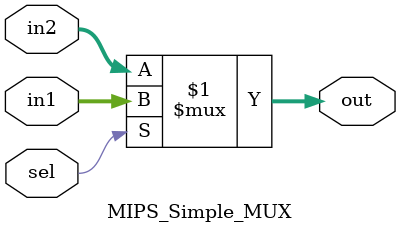
<source format=v>
module MIPS_Simple_MUX #(parameter Width = 32)(
    input wire [Width-1:0] in1,
    input wire [Width-1:0] in2,
    input wire sel,
    output wire [Width-1:0] out
);
    assign out = (sel) ? in1 : in2;
    
endmodule
</source>
